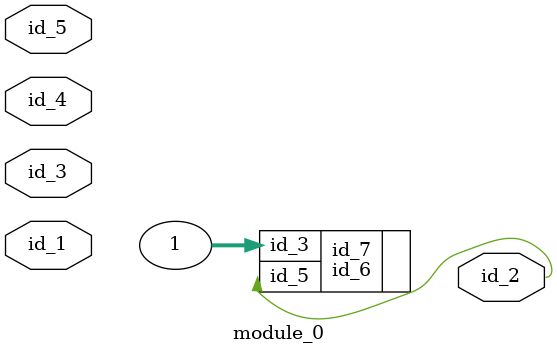
<source format=v>
`timescale 1ps / 1ps
module module_0 (
    id_1,
    id_2,
    id_3,
    id_4,
    id_5
);
  input id_5;
  input id_4;
  input id_3;
  output id_2;
  input id_1;
  id_6 id_7 (
      .id_5(id_2),
      .id_3(1)
  );
endmodule

</source>
